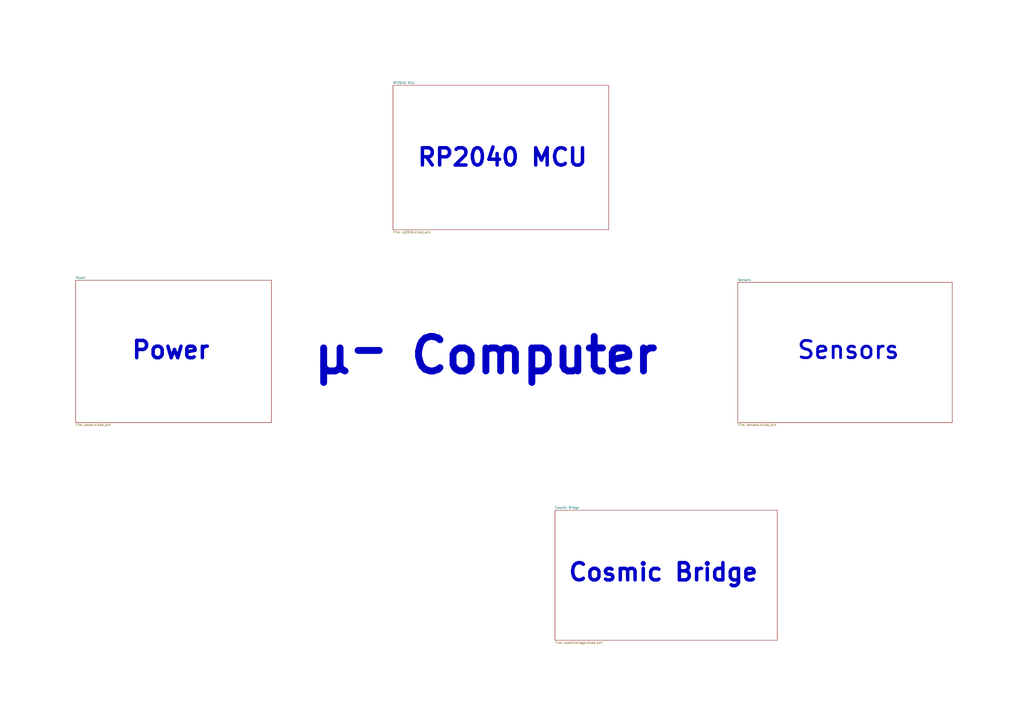
<source format=kicad_sch>
(kicad_sch
	(version 20250114)
	(generator "eeschema")
	(generator_version "9.0")
	(uuid "e4ef350a-b140-44e0-8bc3-973fc24bf90a")
	(paper "A2")
	(lib_symbols)
	(text "Cosmic Bridge"
		(exclude_from_sim no)
		(at 384.81 332.105 0)
		(effects
			(font
				(size 10 10)
				(thickness 2)
				(bold yes)
			)
		)
		(uuid "2074abb8-fa8b-4a52-8432-dec1260189ed")
	)
	(text "Power"
		(exclude_from_sim no)
		(at 99.06 203.2 0)
		(effects
			(font
				(size 10 10)
				(thickness 2)
				(bold yes)
			)
		)
		(uuid "70230e2b-11c0-48f3-bd37-2ded5b86e98f")
	)
	(text "RP2040 MCU"
		(exclude_from_sim no)
		(at 291.465 91.44 0)
		(effects
			(font
				(size 10 10)
				(thickness 2)
				(bold yes)
			)
		)
		(uuid "78516cc1-5de1-4734-ae68-b6343c5a0f58")
	)
	(text "Sensors"
		(exclude_from_sim no)
		(at 492.125 203.2 0)
		(effects
			(font
				(size 10 10)
				(thickness 1.6)
				(bold yes)
			)
		)
		(uuid "cd67d965-c5bb-4170-bca0-236f508749ff")
	)
	(text "μ^{-} Computer"
		(exclude_from_sim no)
		(at 281.94 206.375 0)
		(effects
			(font
				(size 20 20)
				(thickness 4)
				(bold yes)
			)
		)
		(uuid "f8019b0a-48a4-4b85-9504-ef0e6c50cceb")
	)
	(sheet
		(at 227.965 49.53)
		(size 125.095 83.82)
		(exclude_from_sim no)
		(in_bom yes)
		(on_board yes)
		(dnp no)
		(fields_autoplaced yes)
		(stroke
			(width 0.1524)
			(type solid)
		)
		(fill
			(color 0 0 0 0.0000)
		)
		(uuid "06e07132-39d3-4769-b65c-2c1064b388d8")
		(property "Sheetname" "RP2040 MCU"
			(at 227.965 48.8184 0)
			(effects
				(font
					(size 1.27 1.27)
				)
				(justify left bottom)
			)
		)
		(property "Sheetfile" "rp2040.kicad_sch"
			(at 227.965 133.9346 0)
			(effects
				(font
					(size 1.27 1.27)
				)
				(justify left top)
			)
		)
		(instances
			(project "og_pcb"
				(path "/e4ef350a-b140-44e0-8bc3-973fc24bf90a"
					(page "2")
				)
			)
		)
	)
	(sheet
		(at 43.815 162.56)
		(size 113.665 82.55)
		(exclude_from_sim no)
		(in_bom yes)
		(on_board yes)
		(dnp no)
		(fields_autoplaced yes)
		(stroke
			(width 0.1524)
			(type solid)
		)
		(fill
			(color 0 0 0 0.0000)
		)
		(uuid "10597755-0134-48c2-addf-e26d4e398c8f")
		(property "Sheetname" "Power"
			(at 43.815 161.8484 0)
			(effects
				(font
					(size 1.27 1.27)
				)
				(justify left bottom)
			)
		)
		(property "Sheetfile" "power.kicad_sch"
			(at 43.815 245.6946 0)
			(effects
				(font
					(size 1.27 1.27)
				)
				(justify left top)
			)
		)
		(instances
			(project "og_pcb"
				(path "/e4ef350a-b140-44e0-8bc3-973fc24bf90a"
					(page "4")
				)
			)
		)
	)
	(sheet
		(at 427.99 163.83)
		(size 124.46 81.28)
		(exclude_from_sim no)
		(in_bom yes)
		(on_board yes)
		(dnp no)
		(fields_autoplaced yes)
		(stroke
			(width 0.1524)
			(type solid)
		)
		(fill
			(color 0 0 0 0.0000)
		)
		(uuid "3ccd8099-b4f2-4c2f-ac31-d7c505bfef59")
		(property "Sheetname" "Sensors"
			(at 427.99 163.1184 0)
			(effects
				(font
					(size 1.27 1.27)
				)
				(justify left bottom)
			)
		)
		(property "Sheetfile" "sensors.kicad_sch"
			(at 427.99 245.6946 0)
			(effects
				(font
					(size 1.27 1.27)
				)
				(justify left top)
			)
		)
		(instances
			(project "og_pcb"
				(path "/e4ef350a-b140-44e0-8bc3-973fc24bf90a"
					(page "3")
				)
			)
		)
	)
	(sheet
		(at 321.945 295.91)
		(size 128.905 75.565)
		(exclude_from_sim no)
		(in_bom yes)
		(on_board yes)
		(dnp no)
		(fields_autoplaced yes)
		(stroke
			(width 0.1524)
			(type solid)
		)
		(fill
			(color 0 0 0 0.0000)
		)
		(uuid "f2f75698-7215-4a2b-8285-3e4b3531a3e0")
		(property "Sheetname" "Cosmic Bridge"
			(at 321.945 295.1984 0)
			(effects
				(font
					(size 1.27 1.27)
				)
				(justify left bottom)
			)
		)
		(property "Sheetfile" "cosmicbridge.kicad_sch"
			(at 321.945 372.0596 0)
			(effects
				(font
					(size 1.27 1.27)
				)
				(justify left top)
			)
		)
		(instances
			(project "og_pcb"
				(path "/e4ef350a-b140-44e0-8bc3-973fc24bf90a"
					(page "6")
				)
			)
		)
	)
	(sheet_instances
		(path "/"
			(page "1")
		)
	)
	(embedded_fonts no)
)

</source>
